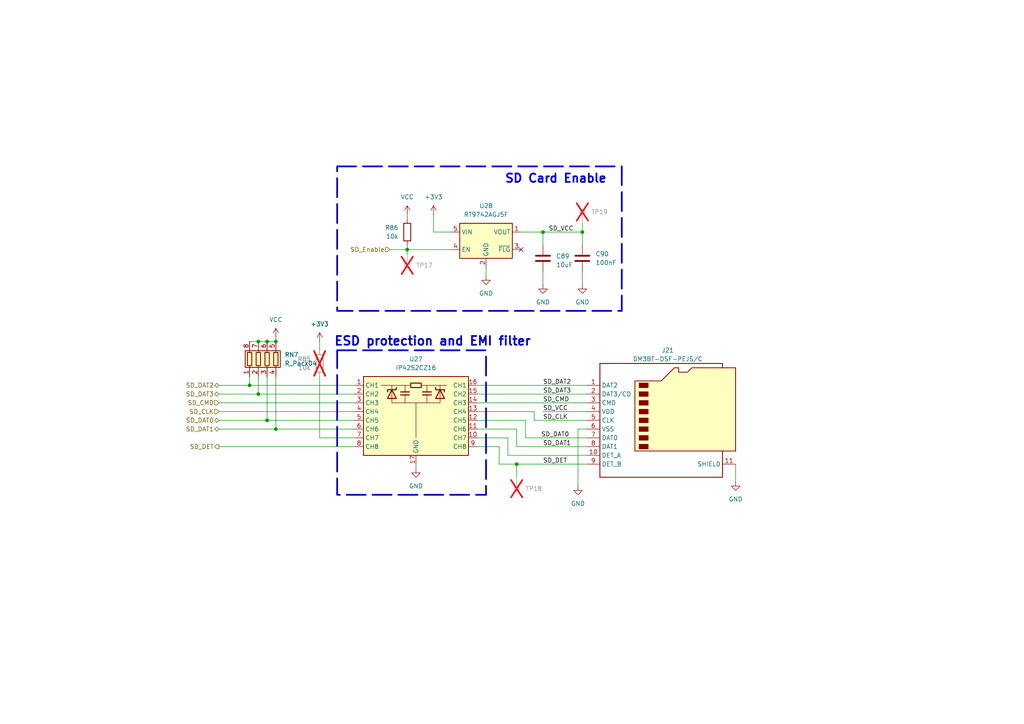
<source format=kicad_sch>
(kicad_sch (version 20231120) (generator "eeschema") (generator_version "8.0")
  (paper "A4")
  (lib_symbols
    (symbol "Connector:Micro_SD_Card_Det2"
      (property "Reference" "J" (at -16.51 17.78 0))
      (property "Value" "Micro_SD_Card_Det2" (at 16.51 17.78 0))
      (symbol "Micro_SD_Card_Det2_0_1"
        (rectangle (start -7.62 -6.985) (end -5.08 -8.255) (stroke (width 0.254)) (fill (type outline)))
        (rectangle (start -7.62 -4.445) (end -5.08 -5.715) (stroke (width 0.254)) (fill (type outline)))
        (rectangle (start -7.62 -1.905) (end -5.08 -3.175) (stroke (width 0.254)) (fill (type outline)))
        (rectangle (start -7.62 0.635) (end -5.08 -0.635) (stroke (width 0.254)) (fill (type outline)))
        (rectangle (start -7.62 3.175) (end -5.08 1.905) (stroke (width 0.254)) (fill (type outline)))
        (rectangle (start -7.62 5.715) (end -5.08 4.445) (stroke (width 0.254)) (fill (type outline)))
        (rectangle (start -7.62 8.255) (end -5.08 6.985) (stroke (width 0.254)) (fill (type outline)))
        (rectangle (start -7.62 10.795) (end -5.08 9.525) (stroke (width 0.254)) (fill (type outline)))
        (polyline (pts (xy 16.51 15.24) (xy 16.51 16.51) (xy -19.05 16.51) (xy -19.05 -16.51) (xy 16.51 -16.51) (xy 16.51 -8.89)) (stroke (width 0.254)))
        (polyline (pts (xy -8.89 -8.89) (xy -8.89 11.43) (xy -1.27 11.43) (xy 2.54 15.24) (xy 3.81 15.24) (xy 3.81 13.97) (xy 6.35 13.97) (xy 7.62 15.24) (xy 20.32 15.24) (xy 20.32 -8.89) (xy -8.89 -8.89)) (stroke (width 0.254)) (fill (type background)))
      )
      (symbol "Micro_SD_Card_Det2_1_1"
        (pin bidirectional line (at -22.86 10.16 0) (length 3.81) (name "DAT2") (number "1"))
        (pin passive line (at -22.86 -10.16 0) (length 3.81) (name "DET_A") (number "10"))
        (pin passive line (at 20.32 -12.7 180) (length 3.81) (name "SHIELD") (number "11"))
        (pin bidirectional line (at -22.86 7.62 0) (length 3.81) (name "DAT3/CD") (number "2"))
        (pin input line (at -22.86 5.08 0) (length 3.81) (name "CMD") (number "3"))
        (pin power_in line (at -22.86 2.54 0) (length 3.81) (name "VDD") (number "4"))
        (pin input line (at -22.86 0 0) (length 3.81) (name "CLK") (number "5"))
        (pin power_in line (at -22.86 -2.54 0) (length 3.81) (name "VSS") (number "6"))
        (pin bidirectional line (at -22.86 -5.08 0) (length 3.81) (name "DAT0") (number "7"))
        (pin bidirectional line (at -22.86 -7.62 0) (length 3.81) (name "DAT1") (number "8"))
        (pin passive line (at -22.86 -12.7 0) (length 3.81) (name "DET_B") (number "9"))
      )
    )
    (symbol "Connector:TestPoint" (pin_numbers hide) (pin_names (offset 0.762) hide)
      (property "Reference" "TP" (at 0 6.858 0))
      (property "Value" "TestPoint" (at 0 5.08 0))
      (symbol "TestPoint_0_1"
        (circle (center 0 3.302) (radius 0.762))
      )
      (symbol "TestPoint_1_1"
        (pin passive line (at 0 0 90) (length 2.54) (name "1") (number "1"))
      )
    )
    (symbol "Device:C" (pin_numbers hide) (pin_names (offset 0.254))
      (property "Reference" "C" (at 0.635 2.54 0))
      (property "Value" "C" (at 0.635 -2.54 0))
      (symbol "C_0_1"
        (polyline (pts (xy -2.032 -0.762) (xy 2.032 -0.762)) (stroke (width 0.508)))
        (polyline (pts (xy -2.032 0.762) (xy 2.032 0.762)) (stroke (width 0.508)))
      )
      (symbol "C_1_1"
        (pin passive line (at 0 3.81 270) (length 2.794) (name "~") (number "1"))
        (pin passive line (at 0 -3.81 90) (length 2.794) (name "~") (number "2"))
      )
    )
    (symbol "Device:R" (pin_numbers hide) (pin_names (offset 0))
      (property "Reference" "R" (at 2.032 0 90))
      (property "Value" "R" (at 0 0 90))
      (symbol "R_0_1"
        (rectangle (start -1.016 -2.54) (end 1.016 2.54) (stroke (width 0.254)))
      )
      (symbol "R_1_1"
        (pin passive line (at 0 3.81 270) (length 1.27) (name "~") (number "1"))
        (pin passive line (at 0 -3.81 90) (length 1.27) (name "~") (number "2"))
      )
    )
    (symbol "Device:R_Pack04" (pin_names (offset 0) hide)
      (property "Reference" "RN" (at -7.62 0 90))
      (property "Value" "R_Pack04" (at 5.08 0 90))
      (symbol "R_Pack04_0_1"
        (rectangle (start -6.35 -2.413) (end 3.81 2.413) (stroke (width 0.254)) (fill (type background)))
        (rectangle (start -5.715 1.905) (end -4.445 -1.905) (stroke (width 0.254)))
        (rectangle (start -3.175 1.905) (end -1.905 -1.905) (stroke (width 0.254)))
        (rectangle (start -0.635 1.905) (end 0.635 -1.905) (stroke (width 0.254)))
        (polyline (pts (xy -5.08 -2.54) (xy -5.08 -1.905)))
        (polyline (pts (xy -5.08 1.905) (xy -5.08 2.54)))
        (polyline (pts (xy -2.54 -2.54) (xy -2.54 -1.905)))
        (polyline (pts (xy -2.54 1.905) (xy -2.54 2.54)))
        (polyline (pts (xy 0 -2.54) (xy 0 -1.905)))
        (polyline (pts (xy 0 1.905) (xy 0 2.54)))
        (polyline (pts (xy 2.54 -2.54) (xy 2.54 -1.905)))
        (polyline (pts (xy 2.54 1.905) (xy 2.54 2.54)))
        (rectangle (start 1.905 1.905) (end 3.175 -1.905) (stroke (width 0.254)))
      )
      (symbol "R_Pack04_1_1"
        (pin passive line (at -5.08 -5.08 90) (length 2.54) (name "R1.1") (number "1"))
        (pin passive line (at -2.54 -5.08 90) (length 2.54) (name "R2.1") (number "2"))
        (pin passive line (at 0 -5.08 90) (length 2.54) (name "R3.1") (number "3"))
        (pin passive line (at 2.54 -5.08 90) (length 2.54) (name "R4.1") (number "4"))
        (pin passive line (at 2.54 5.08 270) (length 2.54) (name "R4.2") (number "5"))
        (pin passive line (at 0 5.08 270) (length 2.54) (name "R3.2") (number "6"))
        (pin passive line (at -2.54 5.08 270) (length 2.54) (name "R2.2") (number "7"))
        (pin passive line (at -5.08 5.08 270) (length 2.54) (name "R1.2") (number "8"))
      )
    )
    (symbol "Power_Management:RT9742AGJ5F"
      (property "Reference" "U" (at 0 10.16 0))
      (property "Value" "RT9742AGJ5F" (at 0 7.62 0))
      (symbol "RT9742AGJ5F_0_1"
        (rectangle (start -7.62 5.08) (end 7.62 -5.08) (stroke (width 0.254)) (fill (type background)))
      )
      (symbol "RT9742AGJ5F_1_1"
        (pin power_out line (at 10.16 2.54 180) (length 2.54) (name "VOUT") (number "1"))
        (pin power_in line (at 0 -7.62 90) (length 2.54) (name "GND") (number "2"))
        (pin open_collector line (at 10.16 -2.54 180) (length 2.54) (name "~{FLG}") (number "3"))
        (pin input line (at -10.16 -2.54 0) (length 2.54) (name "EN") (number "4"))
        (pin power_in line (at -10.16 2.54 0) (length 2.54) (name "VIN") (number "5"))
      )
    )
    (symbol "Power_Protection:IP4252CZ16"
      (property "Reference" "U" (at -15.24 13.97 0))
      (property "Value" "IP4252CZ16" (at 3.175 14.605 0))
      (symbol "IP4252CZ16_0_1"
        (rectangle (start -15.24 12.7) (end 15.24 -10.16) (stroke (width 0.254)) (fill (type background)))
        (polyline (pts (xy -6.985 5.08) (xy 6.985 5.08)))
        (polyline (pts (xy -6.985 8.89) (xy -6.985 10.16)))
        (polyline (pts (xy -3.175 7.366) (xy -3.175 5.08)))
        (polyline (pts (xy -3.175 10.16) (xy -3.175 8.255)))
        (polyline (pts (xy -1.524 10.16) (xy -10.16 10.16)))
        (polyline (pts (xy 0 5.08) (xy 0 -5.08)))
        (polyline (pts (xy 1.524 10.16) (xy 8.89 10.16)))
        (polyline (pts (xy 3.175 7.366) (xy 3.175 5.08)))
        (polyline (pts (xy 3.175 10.16) (xy 3.175 8.255)))
        (polyline (pts (xy 6.985 8.89) (xy 6.985 10.16)))
        (polyline (pts (xy -6.985 6.35) (xy -6.985 8.89) (xy -6.985 5.08)))
        (polyline (pts (xy 6.985 6.35) (xy 6.985 8.89) (xy 6.985 5.08)))
      )
      (symbol "IP4252CZ16_1_1"
        (polyline (pts (xy -4.445 8.255) (xy -1.905 8.255)) (stroke (width 0.3048)))
        (polyline (pts (xy -1.905 7.366) (xy -4.445 7.366)) (stroke (width 0.3048)))
        (polyline (pts (xy 1.905 8.255) (xy 4.445 8.255)) (stroke (width 0.3048)))
        (polyline (pts (xy 4.445 7.366) (xy 1.905 7.366)) (stroke (width 0.3048)))
        (polyline (pts (xy -6.985 8.89) (xy -5.715 6.35) (xy -8.255 6.35) (xy -6.985 8.89)) (stroke (width 0.3048)))
        (polyline (pts (xy -5.715 9.525) (xy -5.715 8.89) (xy -8.255 8.89) (xy -8.255 8.255)) (stroke (width 0.3048)))
        (polyline (pts (xy 5.715 9.525) (xy 5.715 8.89) (xy 8.255 8.89) (xy 8.255 8.255)) (stroke (width 0.3048)))
        (polyline (pts (xy 6.985 8.89) (xy 5.715 6.35) (xy 8.255 6.35) (xy 6.985 8.89)) (stroke (width 0.3048)))
        (polyline (pts (xy -1.524 10.16) (xy -1.524 9.525) (xy 1.524 9.525) (xy 1.524 10.795) (xy -1.524 10.795) (xy -1.524 10.16)) (stroke (width 0.3048)))
        (pin passive line (at -17.78 10.16 0) (length 2.54) (name "CH1") (number "1"))
        (pin passive line (at 17.78 -5.08 180) (length 2.54) (name "CH7") (number "10"))
        (pin passive line (at 17.78 -2.54 180) (length 2.54) (name "CH6") (number "11"))
        (pin passive line (at 17.78 0 180) (length 2.54) (name "CH5") (number "12"))
        (pin passive line (at 17.78 2.54 180) (length 2.54) (name "CH4") (number "13"))
        (pin passive line (at 17.78 5.08 180) (length 2.54) (name "CH3") (number "14"))
        (pin passive line (at 17.78 7.62 180) (length 2.54) (name "CH2") (number "15"))
        (pin passive line (at 17.78 10.16 180) (length 2.54) (name "CH1") (number "16"))
        (pin power_in line (at 0 -12.7 90) (length 2.54) (name "GND") (number "17"))
        (pin passive line (at -17.78 7.62 0) (length 2.54) (name "CH2") (number "2"))
        (pin passive line (at -17.78 5.08 0) (length 2.54) (name "CH3") (number "3"))
        (pin passive line (at -17.78 2.54 0) (length 2.54) (name "CH4") (number "4"))
        (pin passive line (at -17.78 0 0) (length 2.54) (name "CH5") (number "5"))
        (pin passive line (at -17.78 -2.54 0) (length 2.54) (name "CH6") (number "6"))
        (pin passive line (at -17.78 -5.08 0) (length 2.54) (name "CH7") (number "7"))
        (pin passive line (at -17.78 -7.62 0) (length 2.54) (name "CH8") (number "8"))
        (pin passive line (at 17.78 -7.62 180) (length 2.54) (name "CH8") (number "9"))
      )
    )
    (symbol "power:+3V3" (power) (pin_numbers hide) (pin_names (offset 0) hide)
      (property "Value" "+3V3" (at 0 3.556 0))
      (symbol "+3V3_0_1"
        (polyline (pts (xy -0.762 1.27) (xy 0 2.54)))
        (polyline (pts (xy 0 0) (xy 0 2.54)))
        (polyline (pts (xy 0 2.54) (xy 0.762 1.27)))
      )
      (symbol "+3V3_1_1"
        (pin power_in line (at 0 0 90) (length 0) (name "~") (number "1"))
      )
    )
    (symbol "power:GND" (power) (pin_names (offset 0))
      (property "Value" "GND" (at 0 -3.81 0))
      (symbol "GND_0_1"
        (polyline (pts (xy 0 0) (xy 0 -1.27) (xy 1.27 -1.27) (xy 0 -2.54) (xy -1.27 -1.27) (xy 0 -1.27)))
      )
      (symbol "GND_1_1"
        (pin power_in line (at 0 0 270) (length 0) hide (name "GND") (number "1"))
      )
    )
    (symbol "power:VCC" (power) (pin_numbers hide) (pin_names (offset 0) hide)
      (property "Value" "VCC" (at 0 3.556 0))
      (symbol "VCC_0_1"
        (polyline (pts (xy -0.762 1.27) (xy 0 2.54)))
        (polyline (pts (xy 0 0) (xy 0 2.54)))
        (polyline (pts (xy 0 2.54) (xy 0.762 1.27)))
      )
      (symbol "VCC_1_1"
        (pin power_in line (at 0 0 90) (length 0) (name "~") (number "1"))
      )
    )
  )
  (junction (at 80.01 99.06))
  (junction (at 74.93 114.3))
  (junction (at 80.01 124.46))
  (junction (at 149.86 134.62))
  (junction (at 77.47 99.06))
  (junction (at 157.48 67.31))
  (junction (at 118.11 72.39))
  (junction (at 72.39 111.76))
  (junction (at 77.47 121.92))
  (junction (at 74.93 99.06))
  (junction (at 168.91 67.31))
  (no_connect (at 151.13 72.39))
  (wire (pts (xy 92.71 127) (xy 102.87 127)))
  (wire (pts (xy 157.48 67.31) (xy 168.91 67.31)))
  (wire (pts (xy 77.47 121.92) (xy 102.87 121.92)))
  (wire (pts (xy 147.32 132.08) (xy 147.32 127)))
  (wire (pts (xy 74.93 109.22) (xy 74.93 114.3)))
  (wire (pts (xy 154.94 121.92) (xy 170.18 121.92)))
  (wire (pts (xy 63.5 114.3) (xy 74.93 114.3)))
  (wire (pts (xy 154.94 119.38) (xy 138.43 119.38)))
  (wire (pts (xy 63.5 116.84) (xy 102.87 116.84)))
  (wire (pts (xy 63.5 119.38) (xy 102.87 119.38)))
  (wire (pts (xy 74.93 114.3) (xy 102.87 114.3)))
  (wire (pts (xy 63.5 121.92) (xy 77.47 121.92)))
  (wire (pts (xy 113.03 72.39) (xy 118.11 72.39)))
  (wire (pts (xy 63.5 124.46) (xy 80.01 124.46)))
  (wire (pts (xy 138.43 114.3) (xy 170.18 114.3)))
  (wire (pts (xy 138.43 129.54) (xy 144.78 129.54)))
  (wire (pts (xy 149.86 124.46) (xy 138.43 124.46)))
  (wire (pts (xy 77.47 109.22) (xy 77.47 121.92)))
  (wire (pts (xy 72.39 99.06) (xy 74.93 99.06)))
  (wire (pts (xy 144.78 134.62) (xy 149.86 134.62)))
  (wire (pts (xy 168.91 64.77) (xy 168.91 67.31)))
  (wire (pts (xy 74.93 99.06) (xy 77.47 99.06)))
  (wire (pts (xy 138.43 121.92) (xy 152.4 121.92)))
  (wire (pts (xy 149.86 129.54) (xy 170.18 129.54)))
  (wire (pts (xy 118.11 72.39) (xy 118.11 73.66)))
  (wire (pts (xy 151.13 67.31) (xy 157.48 67.31)))
  (wire (pts (xy 80.01 97.79) (xy 80.01 99.06)))
  (wire (pts (xy 152.4 127) (xy 170.18 127)))
  (wire (pts (xy 144.78 129.54) (xy 144.78 134.62)))
  (wire (pts (xy 157.48 67.31) (xy 157.48 71.12)))
  (wire (pts (xy 154.94 121.92) (xy 154.94 119.38)))
  (wire (pts (xy 157.48 78.74) (xy 157.48 82.55)))
  (wire (pts (xy 80.01 109.22) (xy 80.01 124.46)))
  (wire (pts (xy 149.86 129.54) (xy 149.86 124.46)))
  (wire (pts (xy 80.01 124.46) (xy 102.87 124.46)))
  (wire (pts (xy 168.91 67.31) (xy 168.91 71.12)))
  (wire (pts (xy 77.47 99.06) (xy 80.01 99.06)))
  (wire (pts (xy 147.32 127) (xy 138.43 127)))
  (wire (pts (xy 170.18 119.38) (xy 157.48 119.38)))
  (wire (pts (xy 149.86 134.62) (xy 170.18 134.62)))
  (wire (pts (xy 72.39 109.22) (xy 72.39 111.76)))
  (wire (pts (xy 72.39 111.76) (xy 102.87 111.76)))
  (wire (pts (xy 118.11 71.12) (xy 118.11 72.39)))
  (wire (pts (xy 167.64 124.46) (xy 167.64 140.97)))
  (wire (pts (xy 63.5 111.76) (xy 72.39 111.76)))
  (wire (pts (xy 118.11 72.39) (xy 130.81 72.39)))
  (wire (pts (xy 120.65 134.62) (xy 120.65 135.89)))
  (wire (pts (xy 130.81 67.31) (xy 125.73 67.31)))
  (wire (pts (xy 152.4 121.92) (xy 152.4 127)))
  (wire (pts (xy 92.71 109.22) (xy 92.71 127)))
  (wire (pts (xy 63.5 129.54) (xy 102.87 129.54)))
  (wire (pts (xy 140.97 77.47) (xy 140.97 80.01)))
  (wire (pts (xy 213.36 134.62) (xy 213.36 139.7)))
  (wire (pts (xy 170.18 124.46) (xy 167.64 124.46)))
  (wire (pts (xy 138.43 111.76) (xy 170.18 111.76)))
  (wire (pts (xy 149.86 134.62) (xy 149.86 138.43)))
  (wire (pts (xy 168.91 78.74) (xy 168.91 82.55)))
  (wire (pts (xy 170.18 132.08) (xy 147.32 132.08)))
  (wire (pts (xy 138.43 116.84) (xy 170.18 116.84)))
  (wire (pts (xy 92.71 99.06) (xy 92.71 101.6)))
  (wire (pts (xy 118.11 62.23) (xy 118.11 63.5)))
  (wire (pts (xy 125.73 62.23) (xy 125.73 67.31)))
  (rectangle (start 97.79 101.6) (end 140.97 143.51) (stroke (width 0.5) (type dash)))
  (rectangle (start 97.79 48.26) (end 180.34 90.17) (stroke (width 0.5) (type dash)))
  (text "SD Card Enable" (at 146.304 53.34 0) (effects (font (size 2.45 2.45) (thickness 0.49) (bold yes)) (justify left bottom)))
  (text "ESD protection and EMI filter" (at 96.774 100.584 0) (effects (font (size 2.54 2.54) (thickness 0.508) (bold yes)) (justify left bottom)))
  (label "SD_VCC" (at 157.48 119.38 0))
  (label "SD_VCC" (at 166.37 67.31 180))
  (label "SD_CMD" (at 157.48 116.84 0))
  (label "SD_DAT2" (at 157.48 111.76 0))
  (label "SD_DAT0" (at 165.1 127 180))
  (label "SD_DET" (at 157.48 134.62 0))
  (label "SD_DAT3" (at 157.48 114.3 0))
  (label "SD_DAT1" (at 157.48 129.54 0))
  (label "SD_CLK" (at 157.48 121.92 0))
  (hierarchical_label "SD_CLK" (shape input) (at 63.5 119.38 180))
  (hierarchical_label "SD_DAT3" (shape bidirectional) (at 63.5 114.3 180))
  (hierarchical_label "SD_DAT0" (shape bidirectional) (at 63.5 121.92 180))
  (hierarchical_label "SD_Enable" (shape input) (at 113.03 72.39 180))
  (hierarchical_label "SD_DET" (shape output) (at 63.5 129.54 180))
  (hierarchical_label "SD_DAT1" (shape bidirectional) (at 63.5 124.46 180))
  (hierarchical_label "SD_CMD" (shape input) (at 63.5 116.84 180))
  (hierarchical_label "SD_DAT2" (shape bidirectional) (at 63.5 111.76 180))
  (symbol (lib_id "Power_Protection:IP4252CZ16") (at 120.65 121.92 0) (unit 1)
    (property "Reference" "U27" (at 120.65 104.14 0))
    (property "Value" "IP4252CZ16" (at 120.65 106.68 0))
    (property "Footprint" "Package_SON:Nexperia_HUSON-16_USON-16-1EP_1.35x3.3mm_P0.4mm_EP0.4x2.8mm" (effects (hide yes)))
    (property "Datasheet" "https://assets.nexperia.com/documents/data-sheet/IP4251_52_53_54-TTL.pdf" (effects (hide yes)))
    (property "Description" "8 channel EMI filters with integrated ESD protection,  12 pF, 40 Ohm" (effects (hide yes)))
    (property "MOUSER" " 771-IP4252CZ168TTL1 " (effects (hide yes)))
  )
  (symbol (lib_id "power:+3V3") (at 92.71 99.06 0) (unit 1)
    (property "Reference" "#PWR0143" (effects (hide yes)))
    (property "Value" "+3V3" (at 92.71 93.98 0))
    (property "Description" "Power symbol creates a global label with name \"+3V3\"" (effects (hide yes)))
  )
  (symbol (lib_id "Connector:TestPoint") (at 149.86 138.43 180) (unit 1) (in_bom no) (dnp yes)
    (property "Reference" "TP18" (at 152.4 141.7319 0) (effects (justify right)))
    (property "Footprint" "TestPoint:TestPoint_Pad_D3.0mm" (effects (hide yes)))
  )
  (symbol (lib_id "power:GND") (at 120.65 135.89 0) (mirror y) (unit 1)
    (property "Reference" "#PWR0250" (effects (hide yes)))
    (property "Value" "GND" (at 120.65 140.97 0))
  )
  (symbol (lib_id "Device:R") (at 118.11 67.31 0) (mirror x) (unit 1)
    (property "Reference" "R86" (at 115.57 66.0399 0) (effects (justify right)))
    (property "Value" "10k" (at 115.57 68.5799 0) (effects (justify right)))
    (property "Footprint" "Resistor_SMD:R_0603_1608Metric" (effects (hide yes)))
    (property "Datasheet" "https://www.tme.eu/hu/details/rc0603fr-0710k/smd-ellenallasok/yageo/rc0603fr-0710kl/" (effects (hide yes)))
    (property "TME" "WR06X1002FTL " (effects (hide yes)))
  )
  (symbol (lib_id "power:GND") (at 157.48 82.55 0) (unit 1)
    (property "Reference" "#PWR0253" (effects (hide yes)))
    (property "Value" "GND" (at 157.48 87.63 0))
  )
  (symbol (lib_id "Power_Management:RT9742AGJ5F") (at 140.97 69.85 0) (unit 1)
    (property "Reference" "U28" (at 140.97 59.69 0))
    (property "Value" "RT9742AGJ5F" (at 140.97 62.23 0))
    (property "Footprint" "Package_TO_SOT_SMD:TSOT-23-5" (effects (hide yes)))
    (property "Datasheet" "https://www.richtek.com/assets/product_file/RT9742/DS9742-10.pdf" (effects (hide yes)))
    (property "Description" "3A, Discharge, Active High EN, TSOT-23-5" (effects (hide yes)))
    (property "MOUSER" " 835-RT9742AGJ5F " (effects (hide yes)))
  )
  (symbol (lib_id "Device:R_Pack04") (at 77.47 104.14 0) (unit 1)
    (property "Reference" "RN7" (at 82.55 102.8699 0) (effects (justify left)))
    (property "Value" "R_Pack04" (at 82.55 105.4099 0) (effects (justify left)))
    (property "Footprint" "Resistor_SMD:R_Array_Convex_4x0603" (effects (hide yes)))
    (property "Description" "4 resistor network, parallel topology" (effects (hide yes)))
  )
  (symbol (lib_id "power:VCC") (at 80.01 97.79 0) (unit 1)
    (property "Reference" "#PWR0257" (effects (hide yes)))
    (property "Value" "VCC" (at 80.01 92.71 0))
    (property "Description" "Power symbol creates a global label with name \"VCC\"" (effects (hide yes)))
  )
  (symbol (lib_id "power:VCC") (at 118.11 62.23 0) (unit 1)
    (property "Reference" "#PWR0249" (effects (hide yes)))
    (property "Value" "VCC" (at 118.11 57.15 0))
    (property "Description" "Power symbol creates a global label with name \"VCC\"" (effects (hide yes)))
  )
  (symbol (lib_id "Connector:TestPoint") (at 168.91 64.77 0) (unit 1) (in_bom no) (dnp yes)
    (property "Reference" "TP19" (at 171.45 61.4679 0) (effects (justify left)))
    (property "Footprint" "TestPoint:TestPoint_Pad_D3.0mm" (effects (hide yes)))
  )
  (symbol (lib_id "Device:C") (at 157.48 74.93 0) (unit 1)
    (property "Reference" "C89" (at 161.29 74.295 0) (effects (justify left)))
    (property "Value" "10uF" (at 161.29 76.835 0) (effects (justify left)))
    (property "Footprint" "Capacitor_SMD:C_0805_2012Metric" (effects (hide yes)))
    (property "Datasheet" "https://www.tme.eu/hu/details/cl31b106kahnnne/mlcc-smd-kondenzatorok/samsung/" (effects (hide yes)))
    (property "TME" "CL21A106KOQNNNE  " (effects (hide yes)))
  )
  (symbol (lib_id "power:GND") (at 168.91 82.55 0) (unit 1)
    (property "Reference" "#PWR0255" (effects (hide yes)))
    (property "Value" "GND" (at 168.91 87.63 0))
  )
  (symbol (lib_id "Connector:TestPoint") (at 118.11 73.66 0) (mirror x) (unit 1) (in_bom no) (dnp yes)
    (property "Reference" "TP17" (at 120.65 76.9621 0) (effects (justify left)))
    (property "Footprint" "TestPoint:TestPoint_Pad_D3.0mm" (effects (hide yes)))
  )
  (symbol (lib_id "power:GND") (at 167.64 140.97 0) (unit 1)
    (property "Reference" "#PWR0254" (effects (hide yes)))
    (property "Value" "GND" (at 167.64 146.05 0))
  )
  (symbol (lib_id "Connector:Micro_SD_Card_Det2") (at 193.04 121.92 0) (unit 1)
    (property "Reference" "J21" (at 193.675 101.6 0))
    (property "Value" "DM3BT-DSF-PEJS/C" (at 193.675 104.14 0))
    (property "Footprint" "Connector_Card:microSD_HC_Hirose_DM3BT-DSF-PEJS" (effects (hide yes)))
    (property "Datasheet" "https://www.tme.eu/hu/details/dm3bt-dsf-pejs_c/kartya-csatlakozok/hirose/dm3bt-dsf-pejs/" (effects (hide yes)))
    (property "TME" "DM3BT-DSF-PEJS/C" (effects (hide yes)))
  )
  (symbol (lib_id "power:GND") (at 140.97 80.01 0) (unit 1)
    (property "Reference" "#PWR0252" (effects (hide yes)))
    (property "Value" "GND" (at 140.97 85.09 0))
  )
  (symbol (lib_id "Device:R") (at 92.71 105.41 0) (mirror x) (unit 1) (dnp yes)
    (property "Reference" "R85" (at 90.17 104.1399 0) (effects (justify right)))
    (property "Value" "10k" (at 90.17 106.6799 0) (effects (justify right)))
    (property "Footprint" "Resistor_SMD:R_0603_1608Metric" (effects (hide yes)))
    (property "Datasheet" "https://www.tme.eu/hu/details/rc0603fr-0710k/smd-ellenallasok/yageo/rc0603fr-0710kl/" (effects (hide yes)))
  )
  (symbol (lib_id "power:+3V3") (at 125.73 62.23 0) (unit 1)
    (property "Reference" "#PWR0135" (effects (hide yes)))
    (property "Value" "+3V3" (at 125.73 57.15 0))
    (property "Description" "Power symbol creates a global label with name \"+3V3\"" (effects (hide yes)))
  )
  (symbol (lib_id "power:GND") (at 213.36 139.7 0) (unit 1)
    (property "Reference" "#PWR0256" (effects (hide yes)))
    (property "Value" "GND" (at 213.36 144.78 0))
  )
  (symbol (lib_id "Device:C") (at 168.91 74.93 0) (unit 1)
    (property "Reference" "C90" (at 172.72 73.6599 0) (effects (justify left)))
    (property "Value" "100nF" (at 172.72 76.1999 0) (effects (justify left)))
    (property "Footprint" "Capacitor_SMD:C_0603_1608Metric" (effects (hide yes)))
    (property "Datasheet" "https://www.tme.eu/hu/details/0805b104k500ct/mlcc-smd-kondenzatorok/walsin/" (effects (hide yes)))
    (property "TME" "CL10B104KB8NNNC  " (effects (hide yes)))
  )
)
</source>
